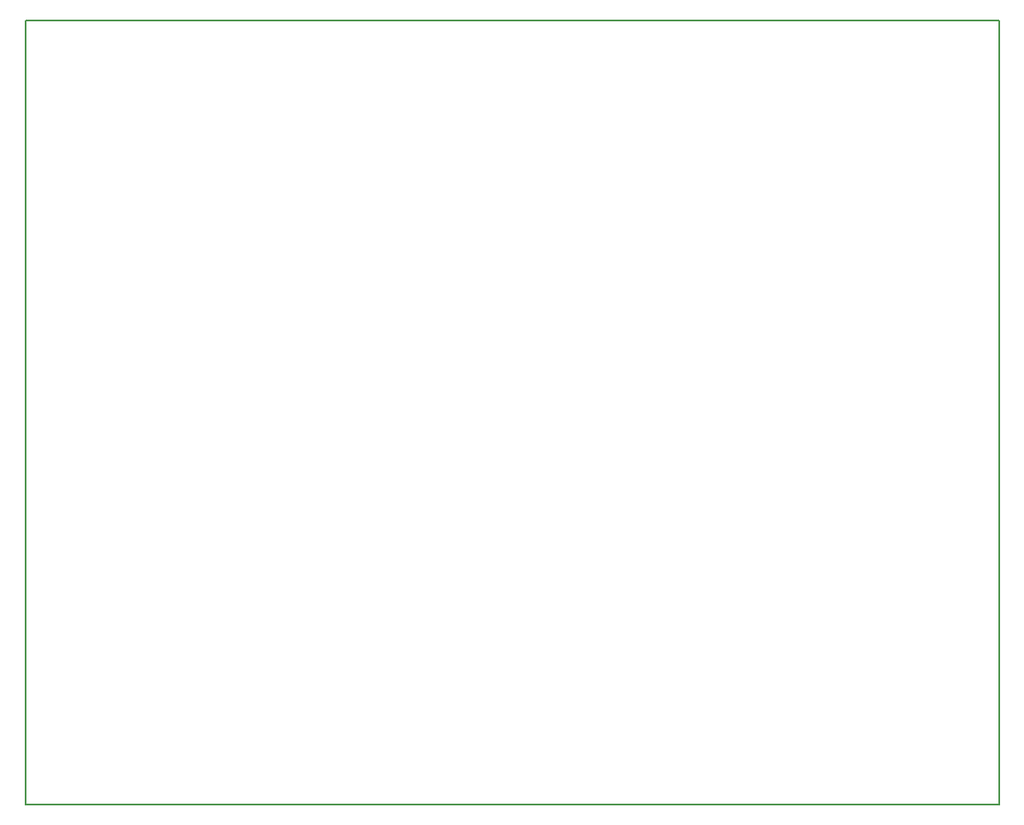
<source format=gbo>
G04 MADE WITH FRITZING*
G04 WWW.FRITZING.ORG*
G04 DOUBLE SIDED*
G04 HOLES PLATED*
G04 CONTOUR ON CENTER OF CONTOUR VECTOR*
%ASAXBY*%
%FSLAX23Y23*%
%MOIN*%
%OFA0B0*%
%SFA1.0B1.0*%
%ADD10R,3.807730X3.070010X3.791730X3.054010*%
%ADD11C,0.008000*%
%LNSILK0*%
G90*
G70*
G54D11*
X4Y3066D02*
X3804Y3066D01*
X3804Y4D01*
X4Y4D01*
X4Y3066D01*
D02*
G04 End of Silk0*
M02*
</source>
